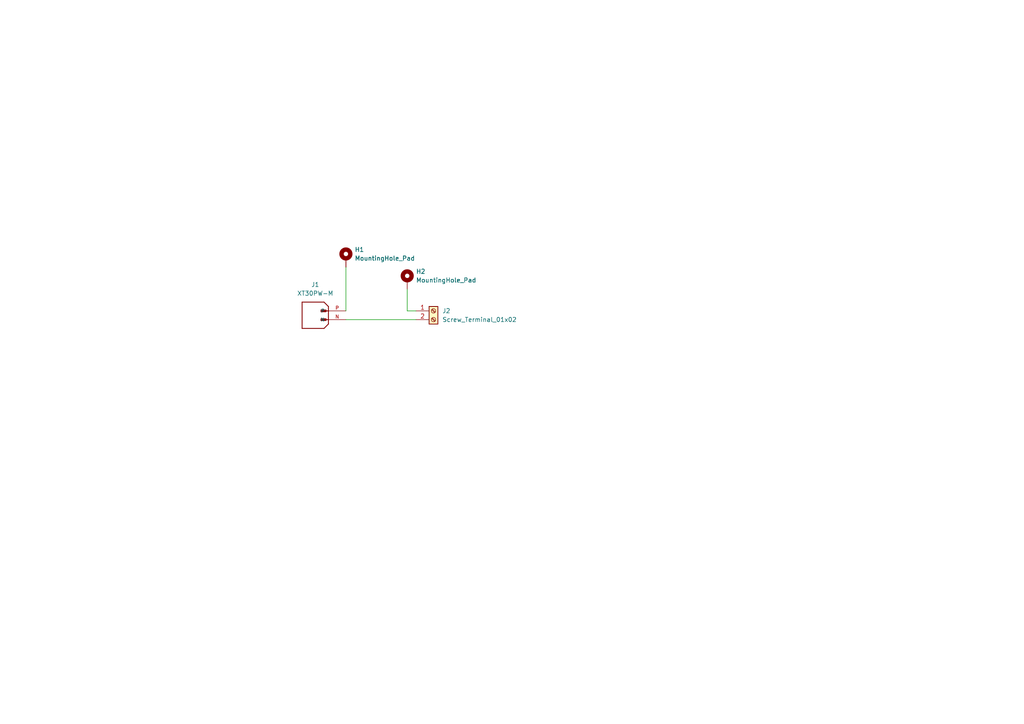
<source format=kicad_sch>
(kicad_sch (version 20231120) (generator "eeschema") (generator_version "8.0")
  (paper "A4")
  (lib_symbols
    (symbol "Connector:Screw_Terminal_01x02" (pin_names (offset 1.016) hide)
      (property "Reference" "J" (at 0 2.54 0))
      (property "Value" "Screw_Terminal_01x02" (at 0 -5.08 0))
      (symbol "Screw_Terminal_01x02_1_1"
        (rectangle (start -1.27 1.27) (end 1.27 -3.81) (stroke (width 0.254)) (fill (type background)))
        (circle (center 0 -2.54) (radius 0.635) (stroke (width 0.1524)))
        (polyline (pts (xy -0.5334 -2.2098) (xy 0.3302 -3.048)) (stroke (width 0.1524)))
        (polyline (pts (xy -0.5334 0.3302) (xy 0.3302 -0.508)) (stroke (width 0.1524)))
        (polyline (pts (xy -0.3556 -2.032) (xy 0.508 -2.8702)) (stroke (width 0.1524)))
        (polyline (pts (xy -0.3556 0.508) (xy 0.508 -0.3302)) (stroke (width 0.1524)))
        (circle (center 0 0) (radius 0.635) (stroke (width 0.1524)))
        (pin passive line (at -5.08 0 0) (length 3.81) (name "Pin_1") (number "1"))
        (pin passive line (at -5.08 -2.54 0) (length 3.81) (name "Pin_2") (number "2"))
      )
    )
    (symbol "Mechanical:MountingHole_Pad" (pin_numbers hide) (pin_names (offset 1.016) hide) (exclude_from_sim yes) (in_bom no)
      (property "Reference" "H" (at 0 6.35 0))
      (property "Value" "MountingHole_Pad" (at 0 4.445 0))
      (symbol "MountingHole_Pad_0_1"
        (circle (center 0 1.27) (radius 1.27) (stroke (width 1.27)))
      )
      (symbol "MountingHole_Pad_1_1"
        (pin input line (at 0 -2.54 90) (length 2.54) (name "1") (number "1"))
      )
    )
    (symbol "parts_symbols:XT30PW-M" (pin_names (offset 1.016))
      (property "Reference" "J" (at -7.62 3.302 0))
      (property "Value" "XT30PW-M" (at -7.62 -7.62 0))
      (symbol "XT30PW-M_0_0"
        (rectangle (start -2.2225 -2.8575) (end -0.635 -2.2225) (stroke (width 0.1)) (fill (type outline)))
        (rectangle (start -2.2225 -0.3175) (end -0.635 0.3175) (stroke (width 0.1)) (fill (type outline)))
        (polyline (pts (xy -7.62 -5.08) (xy -7.62 2.54)) (stroke (width 0.254)))
        (polyline (pts (xy -7.62 2.54) (xy -1.27 2.54)) (stroke (width 0.254)))
        (polyline (pts (xy -1.27 -5.08) (xy -7.62 -5.08)) (stroke (width 0.254)))
        (polyline (pts (xy 0 -3.81) (xy -1.27 -5.08)) (stroke (width 0.254)))
        (polyline (pts (xy 0 -2.54) (xy -1.905 -2.54)) (stroke (width 0.254)))
        (polyline (pts (xy 0 0) (xy -1.905 0)) (stroke (width 0.254)))
        (polyline (pts (xy 0 0) (xy 0 -3.81)) (stroke (width 0.254)))
        (polyline (pts (xy 0 1.27) (xy -1.27 2.54)) (stroke (width 0.254)))
        (polyline (pts (xy 0 1.27) (xy 0 0)) (stroke (width 0.254)))
        (pin power_in line (at 5.08 -2.54 180) (length 5.08) (name "N") (number "N"))
        (pin power_in line (at 5.08 0 180) (length 5.08) (name "P") (number "P"))
      )
    )
  )
  (wire (pts (xy 118.11 90.17) (xy 120.65 90.17)))
  (wire (pts (xy 118.11 83.82) (xy 118.11 90.17)))
  (wire (pts (xy 100.33 92.71) (xy 120.65 92.71)))
  (wire (pts (xy 100.33 77.47) (xy 100.33 90.17)))
  (symbol (lib_id "Connector:Screw_Terminal_01x02") (at 125.73 90.17 0) (unit 1)
    (property "Reference" "J2" (at 128.27 90.1699 0) (effects (justify left)))
    (property "Value" "Screw_Terminal_01x02" (at 128.27 92.7099 0) (effects (justify left)))
    (property "Footprint" "TerminalBlock_MetzConnect:TerminalBlock_MetzConnect_Type073_RT02602HBLU_1x02_P5.08mm_Horizontal" (effects (hide yes)))
    (property "Description" "Generic screw terminal, single row, 01x02, script generated (kicad-library-utils/schlib/autogen/connector/)" (effects (hide yes)))
    (property "Shop Link" "https://www.digikey.com/en/products/detail/metz-connect-usa-inc/31101102/7794830" (effects (hide yes)))
  )
  (symbol (lib_id "Mechanical:MountingHole_Pad") (at 100.33 74.93 0) (unit 1) (exclude_from_sim yes) (in_bom no)
    (property "Reference" "H1" (at 102.87 72.3899 0) (effects (justify left)))
    (property "Value" "MountingHole_Pad" (at 102.87 74.9299 0) (effects (justify left)))
    (property "Footprint" "parts_footprints:hole_top" (effects (hide yes)))
    (property "Description" "Mounting Hole with connection" (effects (hide yes)))
  )
  (symbol (lib_id "parts_symbols:XT30PW-M") (at 95.25 90.17 0) (unit 1)
    (property "Reference" "J1" (at 91.44 82.55 0))
    (property "Value" "XT30PW-M" (at 91.44 85.09 0))
    (property "Footprint" "parts_footprints:AMASS_XT30PW-M" (effects (hide yes)))
    (property "MF" "AMASS" (effects (hide yes)))
    (property "MAXIMUM_PACKAGE_HEIGHT" "5 mm" (effects (hide yes)))
    (property "Package" "None" (effects (hide yes)))
    (property "Price" "None" (effects (hide yes)))
    (property "Check_prices" "https://www.snapeda.com/parts/XT30PW-M/AMASS/view-part/?ref=eda" (effects (hide yes)))
    (property "STANDARD" "Manufacturer Recommendations" (effects (hide yes)))
    (property "PARTREV" "1.2" (effects (hide yes)))
    (property "SnapEDA_Link" "https://www.snapeda.com/parts/XT30PW-M/AMASS/view-part/?ref=snap" (effects (hide yes)))
    (property "MP" "XT30PW-M" (effects (hide yes)))
    (property "Description_1" "\n                        \n                            Socket; DC supply; XT30; male; PIN: 2; on PCBs; THT; Colour: yellow\n                        \n" (effects (hide yes)))
    (property "MANUFACTURER" "Amass" (effects (hide yes)))
    (property "Availability" "Not in stock" (effects (hide yes)))
    (property "SNAPEDA_PN" "XT30PW-M" (effects (hide yes)))
    (property "Shop Link" "https://www.tme.com/us/en-us/details/xt30pw-m/dc-power-connectors/amass/" (effects (hide yes)))
  )
  (symbol (lib_id "Mechanical:MountingHole_Pad") (at 118.11 81.28 0) (unit 1) (exclude_from_sim yes) (in_bom no)
    (property "Reference" "H2" (at 120.65 78.7399 0) (effects (justify left)))
    (property "Value" "MountingHole_Pad" (at 120.65 81.2799 0) (effects (justify left)))
    (property "Footprint" "parts_footprints:hole_bottom" (effects (hide yes)))
    (property "Description" "Mounting Hole with connection" (effects (hide yes)))
  )
)
</source>
